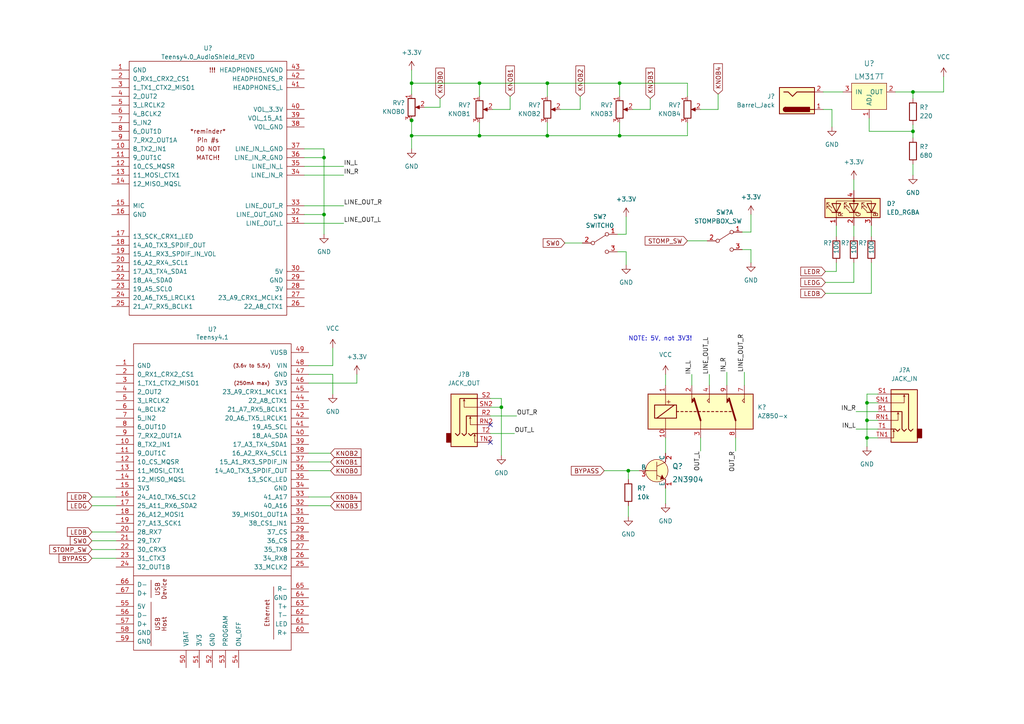
<source format=kicad_sch>
(kicad_sch (version 20211123) (generator eeschema)
  (paper "A4")
  (lib_symbols
    (symbol "Connector:AudioJack3_Dual_Switch"
      (property "Reference" "J" (at 0 11.43 0))
      (property "Value" "AudioJack3_Dual_Switch" (at 0 8.89 0))
      (symbol "AudioJack3_Dual_Switch_0_1"
        (rectangle (start -6.35 -5.08) (end -7.62 -7.62) (stroke (width 0.254)) (fill (type outline)))
        (polyline (pts (xy -2.54 4.826) (xy -2.286 4.318)))
        (polyline (pts (xy -0.762 -0.254) (xy -0.508 -0.762)))
        (polyline (pts (xy 0.508 -5.334) (xy 0.762 -5.842)))
        (polyline (pts (xy 1.27 0) (xy 2.54 0)))
        (polyline (pts (xy 2.54 -5.08) (xy 1.27 -5.08)))
        (polyline (pts (xy 2.54 5.08) (xy 1.27 5.08)))
        (polyline (pts (xy -1.27 -5.08) (xy -0.635 -5.715) (xy 0 -5.08) (xy 1.27 -5.08)) (stroke (width 0.254)))
        (polyline (pts (xy 2.54 -7.62) (xy 0.508 -7.62) (xy 0.508 -5.334) (xy 0.254 -5.842)))
        (polyline (pts (xy 2.54 -2.54) (xy -0.762 -2.54) (xy -0.762 -0.254) (xy -1.016 -0.762)))
        (polyline (pts (xy 2.54 2.54) (xy -2.54 2.54) (xy -2.54 4.826) (xy -2.794 4.318)))
        (polyline (pts (xy -3.175 -5.08) (xy -2.54 -5.715) (xy -1.905 -5.08) (xy -1.905 0) (xy 1.27 0)) (stroke (width 0.254)))
        (polyline (pts (xy 1.27 5.08) (xy -3.81 5.08) (xy -3.81 -5.08) (xy -4.445 -5.715) (xy -5.08 -5.08)) (stroke (width 0.254)))
        (rectangle (start 1.27 6.35) (end -6.35 -8.89) (stroke (width 0.254)) (fill (type background)))
      )
      (symbol "AudioJack3_Dual_Switch_1_1"
        (pin passive line (at 5.08 0 180) (length 2.54) (name "~") (number "R1"))
        (pin passive line (at 5.08 -2.54 180) (length 2.54) (name "~") (number "RN1"))
        (pin passive line (at 5.08 5.08 180) (length 2.54) (name "~") (number "S1"))
        (pin passive line (at 5.08 2.54 180) (length 2.54) (name "~") (number "SN1"))
        (pin passive line (at 5.08 -5.08 180) (length 2.54) (name "~") (number "T1"))
        (pin passive line (at 5.08 -7.62 180) (length 2.54) (name "~") (number "TN1"))
      )
      (symbol "AudioJack3_Dual_Switch_2_1"
        (pin passive line (at 5.08 0 180) (length 2.54) (name "~") (number "R2"))
        (pin passive line (at 5.08 -2.54 180) (length 2.54) (name "~") (number "RN2"))
        (pin passive line (at 5.08 5.08 180) (length 2.54) (name "~") (number "S2"))
        (pin passive line (at 5.08 2.54 180) (length 2.54) (name "~") (number "SN2"))
        (pin passive line (at 5.08 -5.08 180) (length 2.54) (name "~") (number "T2"))
        (pin passive line (at 5.08 -7.62 180) (length 2.54) (name "~") (number "TN2"))
      )
    )
    (symbol "Connector:Barrel_Jack" (pin_names (offset 1.016))
      (property "Reference" "J" (at 0 5.334 0))
      (property "Value" "Barrel_Jack" (at 0 -5.08 0))
      (symbol "Barrel_Jack_0_1"
        (rectangle (start -5.08 3.81) (end 5.08 -3.81) (stroke (width 0.254)) (fill (type background)))
        (arc (start -3.302 3.175) (mid -3.937 2.54) (end -3.302 1.905) (stroke (width 0.254)))
        (arc (start -3.302 3.175) (mid -3.937 2.54) (end -3.302 1.905) (stroke (width 0.254)) (fill (type outline)))
        (polyline (pts (xy 5.08 2.54) (xy 3.81 2.54)) (stroke (width 0.254)))
        (polyline (pts (xy -3.81 -2.54) (xy -2.54 -2.54) (xy -1.27 -1.27) (xy 0 -2.54) (xy 2.54 -2.54) (xy 5.08 -2.54)) (stroke (width 0.254)))
        (rectangle (start 3.683 3.175) (end -3.302 1.905) (stroke (width 0.254)) (fill (type outline)))
      )
      (symbol "Barrel_Jack_1_1"
        (pin passive line (at 7.62 2.54 180) (length 2.54) (name "~") (number "1"))
        (pin passive line (at 7.62 -2.54 180) (length 2.54) (name "~") (number "2"))
      )
    )
    (symbol "Device:LED_RGBA" (pin_names (offset 0) hide)
      (property "Reference" "D" (at 0 9.398 0))
      (property "Value" "LED_RGBA" (at 0 -8.89 0))
      (symbol "LED_RGBA_0_0"
        (text "B" (at -1.905 -6.35 0) (effects (font (size 1.27 1.27))))
        (text "G" (at -1.905 -1.27 0) (effects (font (size 1.27 1.27))))
        (text "R" (at -1.905 3.81 0) (effects (font (size 1.27 1.27))))
      )
      (symbol "LED_RGBA_0_1"
        (polyline (pts (xy -1.27 -5.08) (xy -2.54 -5.08)))
        (polyline (pts (xy -1.27 -5.08) (xy 1.27 -5.08)))
        (polyline (pts (xy -1.27 -3.81) (xy -1.27 -6.35)) (stroke (width 0.254)))
        (polyline (pts (xy -1.27 0) (xy -2.54 0)))
        (polyline (pts (xy -1.27 1.27) (xy -1.27 -1.27)) (stroke (width 0.254)))
        (polyline (pts (xy -1.27 5.08) (xy -2.54 5.08)))
        (polyline (pts (xy -1.27 5.08) (xy 1.27 5.08)))
        (polyline (pts (xy -1.27 6.35) (xy -1.27 3.81)) (stroke (width 0.254)))
        (polyline (pts (xy 1.27 0) (xy -1.27 0)))
        (polyline (pts (xy 1.27 0) (xy 2.54 0)))
        (polyline (pts (xy -1.27 1.27) (xy -1.27 -1.27) (xy -1.27 -1.27)))
        (polyline (pts (xy -1.27 6.35) (xy -1.27 3.81) (xy -1.27 3.81)))
        (polyline (pts (xy 1.27 -5.08) (xy 2.032 -5.08) (xy 2.032 5.08) (xy 1.27 5.08)))
        (polyline (pts (xy 1.27 -3.81) (xy 1.27 -6.35) (xy -1.27 -5.08) (xy 1.27 -3.81)) (stroke (width 0.254)))
        (polyline (pts (xy 1.27 1.27) (xy 1.27 -1.27) (xy -1.27 0) (xy 1.27 1.27)) (stroke (width 0.254)))
        (polyline (pts (xy 1.27 6.35) (xy 1.27 3.81) (xy -1.27 5.08) (xy 1.27 6.35)) (stroke (width 0.254)))
        (polyline (pts (xy -1.016 -3.81) (xy 0.508 -2.286) (xy -0.254 -2.286) (xy 0.508 -2.286) (xy 0.508 -3.048)))
        (polyline (pts (xy -1.016 1.27) (xy 0.508 2.794) (xy -0.254 2.794) (xy 0.508 2.794) (xy 0.508 2.032)))
        (polyline (pts (xy -1.016 6.35) (xy 0.508 7.874) (xy -0.254 7.874) (xy 0.508 7.874) (xy 0.508 7.112)))
        (polyline (pts (xy 0 -3.81) (xy 1.524 -2.286) (xy 0.762 -2.286) (xy 1.524 -2.286) (xy 1.524 -3.048)))
        (polyline (pts (xy 0 1.27) (xy 1.524 2.794) (xy 0.762 2.794) (xy 1.524 2.794) (xy 1.524 2.032)))
        (polyline (pts (xy 0 6.35) (xy 1.524 7.874) (xy 0.762 7.874) (xy 1.524 7.874) (xy 1.524 7.112)))
        (rectangle (start 1.27 -1.27) (end 1.27 1.27))
        (rectangle (start 1.27 1.27) (end 1.27 1.27))
        (rectangle (start 1.27 3.81) (end 1.27 6.35))
        (rectangle (start 1.27 6.35) (end 1.27 6.35))
        (circle (center 2.032 0) (radius 0.254) (fill (type outline)))
        (rectangle (start 2.794 8.382) (end -2.794 -7.62) (stroke (width 0.254)) (fill (type background)))
      )
      (symbol "LED_RGBA_1_1"
        (pin passive line (at -5.08 5.08 0) (length 2.54) (name "RK") (number "1"))
        (pin passive line (at -5.08 0 0) (length 2.54) (name "GK") (number "2"))
        (pin passive line (at -5.08 -5.08 0) (length 2.54) (name "BK") (number "3"))
        (pin passive line (at 5.08 0 180) (length 2.54) (name "A") (number "4"))
      )
    )
    (symbol "Device:R" (pin_numbers hide) (pin_names (offset 0))
      (property "Reference" "R" (at 2.032 0 90))
      (property "Value" "R" (at 0 0 90))
      (symbol "R_0_1"
        (rectangle (start -1.016 -2.54) (end 1.016 2.54) (stroke (width 0.254)))
      )
      (symbol "R_1_1"
        (pin passive line (at 0 3.81 270) (length 1.27) (name "~") (number "1"))
        (pin passive line (at 0 -3.81 90) (length 1.27) (name "~") (number "2"))
      )
    )
    (symbol "Device:R_Potentiometer" (pin_names (offset 1.016) hide)
      (property "Reference" "RV" (at -4.445 0 90))
      (property "Value" "R_Potentiometer" (at -2.54 0 90))
      (symbol "R_Potentiometer_0_1"
        (polyline (pts (xy 2.54 0) (xy 1.524 0)))
        (polyline (pts (xy 1.143 0) (xy 2.286 0.508) (xy 2.286 -0.508) (xy 1.143 0)) (fill (type outline)))
        (rectangle (start 1.016 2.54) (end -1.016 -2.54) (stroke (width 0.254)))
      )
      (symbol "R_Potentiometer_1_1"
        (pin passive line (at 0 3.81 270) (length 1.27) (name "1") (number "1"))
        (pin passive line (at 3.81 0 180) (length 1.27) (name "2") (number "2"))
        (pin passive line (at 0 -3.81 90) (length 1.27) (name "3") (number "3"))
      )
    )
    (symbol "Relay:AZ850-x"
      (property "Reference" "K" (at 16.51 3.81 0))
      (property "Value" "AZ850-x" (at 16.51 1.27 0))
      (symbol "AZ850-x_0_0"
        (text "+" (at -9.271 2.921 0) (effects (font (size 1.27 1.27))))
      )
      (symbol "AZ850-x_0_1"
        (rectangle (start -15.24 5.08) (end 15.24 -5.08) (stroke (width 0.254)) (fill (type background)))
        (rectangle (start -13.335 1.905) (end -6.985 -1.905) (stroke (width 0.254)))
        (polyline (pts (xy -12.7 -1.905) (xy -7.62 1.905)) (stroke (width 0.254)))
        (polyline (pts (xy -10.16 -5.08) (xy -10.16 -1.905)))
        (polyline (pts (xy -10.16 5.08) (xy -10.16 1.905)))
        (polyline (pts (xy -6.985 0) (xy -6.35 0)) (stroke (width 0.254)))
        (polyline (pts (xy -5.715 0) (xy -5.08 0)) (stroke (width 0.254)))
        (polyline (pts (xy -4.445 0) (xy -3.81 0)) (stroke (width 0.254)))
        (polyline (pts (xy -3.175 0) (xy -2.54 0)) (stroke (width 0.254)))
        (polyline (pts (xy -1.905 0) (xy -1.27 0)) (stroke (width 0.254)))
        (polyline (pts (xy -0.635 0) (xy 0 0)) (stroke (width 0.254)))
        (polyline (pts (xy 0 -2.54) (xy -1.905 3.81)) (stroke (width 0.508)))
        (polyline (pts (xy 0 -2.54) (xy 0 -5.08)))
        (polyline (pts (xy 0.635 0) (xy 1.27 0)) (stroke (width 0.254)))
        (polyline (pts (xy 1.905 0) (xy 2.54 0)) (stroke (width 0.254)))
        (polyline (pts (xy 3.175 0) (xy 3.81 0)) (stroke (width 0.254)))
        (polyline (pts (xy 4.445 0) (xy 5.08 0)) (stroke (width 0.254)))
        (polyline (pts (xy 5.715 0) (xy 6.35 0)) (stroke (width 0.254)))
        (polyline (pts (xy 6.985 0) (xy 7.62 0)) (stroke (width 0.254)))
        (polyline (pts (xy 8.255 0) (xy 8.89 0)) (stroke (width 0.254)))
        (polyline (pts (xy 10.16 -2.54) (xy 8.255 3.81)) (stroke (width 0.508)))
        (polyline (pts (xy 10.16 -2.54) (xy 10.16 -5.08)))
        (polyline (pts (xy -2.54 5.08) (xy -2.54 2.54) (xy -1.905 3.175) (xy -2.54 3.81)) (fill (type outline)))
        (polyline (pts (xy 2.54 5.08) (xy 2.54 2.54) (xy 1.905 3.175) (xy 2.54 3.81)))
        (polyline (pts (xy 7.62 5.08) (xy 7.62 2.54) (xy 8.255 3.175) (xy 7.62 3.81)) (fill (type outline)))
        (polyline (pts (xy 12.7 5.08) (xy 12.7 2.54) (xy 12.065 3.175) (xy 12.7 3.81)))
      )
      (symbol "AZ850-x_1_1"
        (pin passive line (at -10.16 7.62 270) (length 2.54) (name "~") (number "1"))
        (pin passive line (at -10.16 -7.62 90) (length 2.54) (name "~") (number "10"))
        (pin passive line (at -2.54 7.62 270) (length 2.54) (name "~") (number "2"))
        (pin passive line (at 0 -7.62 90) (length 2.54) (name "~") (number "3"))
        (pin passive line (at 2.54 7.62 270) (length 2.54) (name "~") (number "4"))
        (pin passive line (at 12.7 7.62 270) (length 2.54) (name "~") (number "7"))
        (pin passive line (at 10.16 -7.62 90) (length 2.54) (name "~") (number "8"))
        (pin passive line (at 7.62 7.62 270) (length 2.54) (name "~") (number "9"))
      )
    )
    (symbol "Switch:SW_SPDT" (pin_names (offset 0) hide)
      (property "Reference" "SW" (at 0 4.318 0))
      (property "Value" "SW_SPDT" (at 0 -5.08 0))
      (symbol "SW_SPDT_0_0"
        (circle (center -2.032 0) (radius 0.508))
        (circle (center 2.032 -2.54) (radius 0.508))
      )
      (symbol "SW_SPDT_0_1"
        (polyline (pts (xy -1.524 0.254) (xy 1.651 2.286)))
        (circle (center 2.032 2.54) (radius 0.508))
      )
      (symbol "SW_SPDT_1_1"
        (pin passive line (at 5.08 2.54 180) (length 2.54) (name "A") (number "1"))
        (pin passive line (at -5.08 0 0) (length 2.54) (name "B") (number "2"))
        (pin passive line (at 5.08 -2.54 180) (length 2.54) (name "C") (number "3"))
      )
    )
    (symbol "_effects_shared:SW_3PDT_x3-Switch" (pin_names (offset 0) hide)
      (property "Reference" "SW" (at 0 4.318 0))
      (property "Value" "SW_3PDT_x3-Switch" (at 0 -5.08 0))
      (symbol "SW_3PDT_x3-Switch_0_0"
        (circle (center -2.032 0) (radius 0.508))
        (circle (center 2.032 -2.54) (radius 0.508))
      )
      (symbol "SW_3PDT_x3-Switch_0_1"
        (polyline (pts (xy -1.524 0.254) (xy 1.651 2.286)))
        (circle (center 2.032 2.54) (radius 0.508))
      )
      (symbol "SW_3PDT_x3-Switch_1_1"
        (pin passive line (at 5.08 2.54 180) (length 2.54) (name "A") (number "1"))
        (pin passive line (at -5.08 0 0) (length 2.54) (name "B") (number "2"))
        (pin passive line (at 5.08 -2.54 180) (length 2.54) (name "C") (number "3"))
      )
      (symbol "SW_3PDT_x3-Switch_2_1"
        (pin passive line (at 5.08 2.54 180) (length 2.54) (name "A") (number "4"))
        (pin passive line (at -5.08 0 0) (length 2.54) (name "B") (number "5"))
        (pin passive line (at 5.08 -2.54 180) (length 2.54) (name "C") (number "6"))
      )
      (symbol "SW_3PDT_x3-Switch_3_1"
        (pin passive line (at 5.08 2.54 180) (length 2.54) (name "A") (number "7"))
        (pin passive line (at -5.08 0 0) (length 2.54) (name "B") (number "8"))
        (pin passive line (at 5.08 -2.54 180) (length 2.54) (name "C") (number "9"))
      )
    )
    (symbol "_proj:Teensy4.0_AudioShield_REVD" (pin_names (offset 1.016))
      (property "Reference" "U" (at 0 39.37 0))
      (property "Value" "Teensy4.0_AudioShield_REVD" (at 0 -39.37 0))
      (symbol "Teensy4.0_AudioShield_REVD_0_0"
        (text "!!!" (at 1.27 34.29 0) (effects (font (size 1.27 1.27))))
        (text "*reminder*" (at 0 16.51 0) (effects (font (size 1.27 1.27))))
        (text "DO NOT" (at 0 11.43 0) (effects (font (size 1.27 1.27))))
        (text "MATCH!" (at 0 8.89 0) (effects (font (size 1.27 1.27))))
        (text "Pin #s" (at 0 13.97 0) (effects (font (size 1.27 1.27))))
        (pin bidirectional line (at -27.94 11.43 0) (length 5.08) (name "8_TX2_IN1") (number "10"))
        (pin bidirectional line (at -27.94 8.89 0) (length 5.08) (name "9_OUT1C") (number "11"))
        (pin bidirectional line (at -27.94 6.35 0) (length 5.08) (name "10_CS_MQSR") (number "12"))
        (pin bidirectional line (at -27.94 3.81 0) (length 5.08) (name "11_MOSI_CTX1") (number "13"))
        (pin bidirectional line (at -27.94 1.27 0) (length 5.08) (name "12_MISO_MQSL") (number "14"))
        (pin bidirectional line (at -27.94 -5.08 0) (length 5.08) (name "MIC") (number "15"))
        (pin power_in line (at -27.94 -7.62 0) (length 5.08) (name "GND") (number "16"))
        (pin bidirectional line (at -27.94 -13.97 0) (length 5.08) (name "13_SCK_CRX1_LED") (number "17"))
        (pin bidirectional line (at -27.94 -16.51 0) (length 5.08) (name "14_A0_TX3_SPDIF_OUT") (number "18"))
        (pin bidirectional line (at -27.94 -19.05 0) (length 5.08) (name "15_A1_RX3_SPDIF_IN_VOL") (number "19"))
        (pin bidirectional line (at -27.94 -21.59 0) (length 5.08) (name "16_A2_RX4_SCL1") (number "20"))
        (pin bidirectional line (at -27.94 -24.13 0) (length 5.08) (name "17_A3_TX4_SDA1") (number "21"))
        (pin bidirectional line (at -27.94 -26.67 0) (length 5.08) (name "18_A4_SDA0") (number "22"))
        (pin bidirectional line (at -27.94 -29.21 0) (length 5.08) (name "19_A5_SCL0") (number "23"))
        (pin bidirectional line (at -27.94 -31.75 0) (length 5.08) (name "20_A6_TX5_LRCLK1") (number "24"))
        (pin bidirectional line (at -27.94 -34.29 0) (length 5.08) (name "21_A7_RX5_BCLK1") (number "25"))
        (pin bidirectional line (at 27.94 -34.29 180) (length 5.08) (name "22_A8_CTX1") (number "26"))
        (pin bidirectional line (at 27.94 -31.75 180) (length 5.08) (name "23_A9_CRX1_MCLK1") (number "27"))
        (pin power_out line (at 27.94 -29.21 180) (length 5.08) (name "3V") (number "28"))
        (pin power_in line (at 27.94 -26.67 180) (length 5.08) (name "GND") (number "29"))
        (pin power_out line (at 27.94 -24.13 180) (length 5.08) (name "5V") (number "30"))
        (pin bidirectional line (at 27.94 -10.16 180) (length 5.08) (name "LINE_OUT_L") (number "31"))
        (pin power_in line (at 27.94 -7.62 180) (length 5.08) (name "LINE_OUT_GND") (number "32"))
        (pin bidirectional line (at 27.94 -5.08 180) (length 5.08) (name "LINE_OUT_R") (number "33"))
        (pin bidirectional line (at 27.94 3.81 180) (length 5.08) (name "LINE_IN_R") (number "34"))
        (pin bidirectional line (at 27.94 6.35 180) (length 5.08) (name "LINE_IN_L") (number "35"))
        (pin power_in line (at 27.94 8.89 180) (length 5.08) (name "LINE_IN_R_GND") (number "36"))
        (pin power_in line (at 27.94 11.43 180) (length 5.08) (name "LINE_IN_L_GND") (number "37"))
        (pin bidirectional line (at 27.94 17.78 180) (length 5.08) (name "VOL_GND") (number "38"))
        (pin bidirectional line (at 27.94 20.32 180) (length 5.08) (name "VOL_15_A1") (number "39"))
        (pin bidirectional line (at 27.94 22.86 180) (length 5.08) (name "VOL_3.3V") (number "40"))
        (pin bidirectional line (at 27.94 29.21 180) (length 5.08) (name "HEADPHONES_L") (number "41"))
        (pin bidirectional line (at 27.94 31.75 180) (length 5.08) (name "HEADPHONES_R") (number "42"))
        (pin power_in line (at 27.94 34.29 180) (length 5.08) (name "HEADPHONES_VGND") (number "43"))
        (pin bidirectional line (at -27.94 24.13 0) (length 5.08) (name "3_LRCLK2") (number "5"))
        (pin bidirectional line (at -27.94 21.59 0) (length 5.08) (name "4_BCLK2") (number "6"))
        (pin bidirectional line (at -27.94 19.05 0) (length 5.08) (name "5_IN2") (number "7"))
        (pin bidirectional line (at -27.94 16.51 0) (length 5.08) (name "6_OUT1D") (number "8"))
        (pin bidirectional line (at -27.94 13.97 0) (length 5.08) (name "7_RX2_OUT1A") (number "9"))
      )
      (symbol "Teensy4.0_AudioShield_REVD_0_1"
        (rectangle (start -22.86 36.83) (end 22.86 -36.83))
        (rectangle (start -20.32 -31.75) (end -20.32 -31.75))
      )
      (symbol "Teensy4.0_AudioShield_REVD_1_1"
        (pin power_in line (at -27.94 34.29 0) (length 5.08) (name "GND") (number "1"))
        (pin bidirectional line (at -27.94 31.75 0) (length 5.08) (name "0_RX1_CRX2_CS1") (number "2"))
        (pin bidirectional line (at -27.94 29.21 0) (length 5.08) (name "1_TX1_CTX2_MISO1") (number "3"))
        (pin bidirectional line (at -27.94 26.67 0) (length 5.08) (name "2_OUT2") (number "4"))
      )
    )
    (symbol "dk_PMIC-Voltage-Regulators-Linear:LM317T" (pin_names (offset 1.016))
      (property "Reference" "U" (at 0 3.81 0))
      (property "Value" "LM317T" (at 0 6.35 0))
      (symbol "LM317T_0_1"
        (rectangle (start -5.08 2.54) (end 5.08 -5.08) (fill (type background)))
      )
      (symbol "LM317T_1_1"
        (pin input line (at 0 -7.62 90) (length 2.54) (name "ADJ") (number "1"))
        (pin power_out line (at 7.62 0 180) (length 2.54) (name "OUT") (number "2"))
        (pin power_in line (at -7.62 0 0) (length 2.54) (name "IN") (number "3"))
      )
    )
    (symbol "dk_Transistors-Bipolar-BJT-Single:2N3904" (pin_names (offset 0))
      (property "Reference" "Q" (at -3.2004 4.2164 0))
      (property "Value" "2N3904" (at 5.2324 0 90))
      (symbol "2N3904_0_1"
        (polyline (pts (xy -3.81 0) (xy -2.54 0)))
        (polyline (pts (xy -3.556 0) (xy 0 0)))
        (polyline (pts (xy 0 -1.27) (xy 2.54 -2.54)))
        (polyline (pts (xy 0 1.27) (xy 2.54 2.54)))
        (polyline (pts (xy 0 2.54) (xy 0 -2.54)))
        (polyline (pts (xy 1.524 -1.27) (xy 2.032 -2.286) (xy 1.016 -2.54) (xy 1.524 -1.27)) (fill (type outline)))
        (circle (center 0 0) (radius 3.2512) (fill (type background)))
      )
      (symbol "2N3904_1_1"
        (pin passive line (at 2.54 -5.08 90) (length 2.54) (name "E") (number "1"))
        (pin passive line (at 2.54 5.08 270) (length 2.54) (name "C") (number "2"))
        (pin input line (at -5.08 0 0) (length 2.54) (name "B") (number "3"))
      )
    )
    (symbol "power:+3.3V" (power) (pin_names (offset 0))
      (property "Value" "+3.3V" (at 0 3.556 0))
      (symbol "+3.3V_0_1"
        (polyline (pts (xy -0.762 1.27) (xy 0 2.54)))
        (polyline (pts (xy 0 0) (xy 0 2.54)))
        (polyline (pts (xy 0 2.54) (xy 0.762 1.27)))
      )
      (symbol "+3.3V_1_1"
        (pin power_in line (at 0 0 90) (length 0) hide (name "+3.3V") (number "1"))
      )
    )
    (symbol "power:GND" (power) (pin_names (offset 0))
      (property "Value" "GND" (at 0 -3.81 0))
      (symbol "GND_0_1"
        (polyline (pts (xy 0 0) (xy 0 -1.27) (xy 1.27 -1.27) (xy 0 -2.54) (xy -1.27 -1.27) (xy 0 -1.27)))
      )
      (symbol "GND_1_1"
        (pin power_in line (at 0 0 270) (length 0) hide (name "GND") (number "1"))
      )
    )
    (symbol "power:VCC" (power) (pin_names (offset 0))
      (property "Value" "VCC" (at 0 3.81 0))
      (symbol "VCC_0_1"
        (polyline (pts (xy -0.762 1.27) (xy 0 2.54)))
        (polyline (pts (xy 0 0) (xy 0 2.54)))
        (polyline (pts (xy 0 2.54) (xy 0.762 1.27)))
      )
      (symbol "VCC_1_1"
        (pin power_in line (at 0 0 90) (length 0) hide (name "VCC") (number "1"))
      )
    )
    (symbol "teensy:Teensy4.1" (pin_names (offset 1.016))
      (property "Reference" "U" (at 0 64.77 0))
      (property "Value" "Teensy4.1" (at 0 62.23 0))
      (symbol "Teensy4.1_0_0"
        (polyline (pts (xy -22.86 -6.35) (xy 22.86 -6.35)))
        (polyline (pts (xy -17.78 -26.67) (xy -17.78 -13.97)))
        (polyline (pts (xy -17.78 -7.62) (xy -17.78 -12.7)))
        (polyline (pts (xy 17.78 -9.525) (xy 17.78 -24.765)))
        (text "(250mA max)" (at 11.43 49.53 0) (effects (font (size 1.016 1.016))))
        (text "(3.6v to 5.5v)" (at 11.43 54.61 0) (effects (font (size 1.016 1.016))))
        (text "Device" (at -13.97 -10.16 900) (effects (font (size 1.27 1.27))))
        (text "Ethernet" (at 15.875 -17.145 900) (effects (font (size 1.27 1.27))))
        (text "Host" (at -13.97 -20.32 900) (effects (font (size 1.27 1.27))))
        (text "USB" (at -15.875 -20.32 900) (effects (font (size 1.27 1.27))))
        (text "USB" (at -15.875 -10.16 900) (effects (font (size 1.27 1.27))))
        (pin bidirectional line (at -27.94 31.75 0) (length 5.08) (name "8_TX2_IN1") (number "10"))
        (pin bidirectional line (at -27.94 29.21 0) (length 5.08) (name "9_OUT1C") (number "11"))
        (pin bidirectional line (at -27.94 26.67 0) (length 5.08) (name "10_CS_MQSR") (number "12"))
        (pin bidirectional line (at -27.94 24.13 0) (length 5.08) (name "11_MOSI_CTX1") (number "13"))
        (pin bidirectional line (at -27.94 21.59 0) (length 5.08) (name "12_MISO_MQSL") (number "14"))
        (pin power_in line (at -27.94 19.05 0) (length 5.08) (name "3V3") (number "15"))
        (pin bidirectional line (at -27.94 16.51 0) (length 5.08) (name "24_A10_TX6_SCL2") (number "16"))
        (pin bidirectional line (at -27.94 13.97 0) (length 5.08) (name "25_A11_RX6_SDA2") (number "17"))
        (pin bidirectional line (at -27.94 11.43 0) (length 5.08) (name "26_A12_MOSI1") (number "18"))
        (pin bidirectional line (at -27.94 8.89 0) (length 5.08) (name "27_A13_SCK1") (number "19"))
        (pin bidirectional line (at -27.94 6.35 0) (length 5.08) (name "28_RX7") (number "20"))
        (pin bidirectional line (at -27.94 3.81 0) (length 5.08) (name "29_TX7") (number "21"))
        (pin bidirectional line (at -27.94 1.27 0) (length 5.08) (name "30_CRX3") (number "22"))
        (pin bidirectional line (at -27.94 -1.27 0) (length 5.08) (name "31_CTX3") (number "23"))
        (pin bidirectional line (at -27.94 -3.81 0) (length 5.08) (name "32_OUT1B") (number "24"))
        (pin bidirectional line (at 27.94 -3.81 180) (length 5.08) (name "33_MCLK2") (number "25"))
        (pin bidirectional line (at 27.94 -1.27 180) (length 5.08) (name "34_RX8") (number "26"))
        (pin bidirectional line (at 27.94 1.27 180) (length 5.08) (name "35_TX8") (number "27"))
        (pin bidirectional line (at 27.94 3.81 180) (length 5.08) (name "36_CS") (number "28"))
        (pin bidirectional line (at 27.94 6.35 180) (length 5.08) (name "37_CS") (number "29"))
        (pin bidirectional line (at 27.94 8.89 180) (length 5.08) (name "38_CS1_IN1") (number "30"))
        (pin bidirectional line (at 27.94 11.43 180) (length 5.08) (name "39_MISO1_OUT1A") (number "31"))
        (pin bidirectional line (at 27.94 13.97 180) (length 5.08) (name "40_A16") (number "32"))
        (pin bidirectional line (at 27.94 16.51 180) (length 5.08) (name "41_A17") (number "33"))
        (pin bidirectional line (at 27.94 21.59 180) (length 5.08) (name "13_SCK_LED") (number "35"))
        (pin bidirectional line (at 27.94 24.13 180) (length 5.08) (name "14_A0_TX3_SPDIF_OUT") (number "36"))
        (pin bidirectional line (at 27.94 26.67 180) (length 5.08) (name "15_A1_RX3_SPDIF_IN") (number "37"))
        (pin bidirectional line (at 27.94 29.21 180) (length 5.08) (name "16_A2_RX4_SCL1") (number "38"))
        (pin bidirectional line (at 27.94 31.75 180) (length 5.08) (name "17_A3_TX4_SDA1") (number "39"))
        (pin bidirectional line (at 27.94 34.29 180) (length 5.08) (name "18_A4_SDA") (number "40"))
        (pin bidirectional line (at 27.94 36.83 180) (length 5.08) (name "19_A5_SCL") (number "41"))
        (pin bidirectional line (at 27.94 39.37 180) (length 5.08) (name "20_A6_TX5_LRCLK1") (number "42"))
        (pin bidirectional line (at 27.94 41.91 180) (length 5.08) (name "21_A7_RX5_BCLK1") (number "43"))
        (pin bidirectional line (at 27.94 44.45 180) (length 5.08) (name "22_A8_CTX1") (number "44"))
        (pin bidirectional line (at 27.94 46.99 180) (length 5.08) (name "23_A9_CRX1_MCLK1") (number "45"))
        (pin output line (at 27.94 49.53 180) (length 5.08) (name "3V3") (number "46"))
        (pin output line (at 27.94 52.07 180) (length 5.08) (name "GND") (number "47"))
        (pin power_in line (at 27.94 54.61 180) (length 5.08) (name "VIN") (number "48"))
        (pin power_out line (at 27.94 58.42 180) (length 5.08) (name "VUSB") (number "49"))
        (pin bidirectional line (at -27.94 44.45 0) (length 5.08) (name "3_LRCLK2") (number "5"))
        (pin power_in line (at -7.62 -33.02 90) (length 5.08) (name "VBAT") (number "50"))
        (pin power_in line (at -3.81 -33.02 90) (length 5.08) (name "3V3") (number "51"))
        (pin input line (at 0 -33.02 90) (length 5.08) (name "GND") (number "52"))
        (pin input line (at 3.81 -33.02 90) (length 5.08) (name "PROGRAM") (number "53"))
        (pin input line (at 7.62 -33.02 90) (length 5.08) (name "ON_OFF") (number "54"))
        (pin power_out line (at -27.94 -15.24 0) (length 5.08) (name "5V") (number "55"))
        (pin bidirectional line (at -27.94 -17.78 0) (length 5.08) (name "D-") (number "56"))
        (pin bidirectional line (at -27.94 -20.32 0) (length 5.08) (name "D+") (number "57"))
        (pin power_in line (at -27.94 -22.86 0) (length 5.08) (name "GND") (number "58"))
        (pin power_in line (at -27.94 -25.4 0) (length 5.08) (name "GND") (number "59"))
        (pin bidirectional line (at -27.94 41.91 0) (length 5.08) (name "4_BCLK2") (number "6"))
        (pin bidirectional line (at 27.94 -22.86 180) (length 5.08) (name "R+") (number "60"))
        (pin bidirectional line (at 27.94 -20.32 180) (length 5.08) (name "LED") (number "61"))
        (pin bidirectional line (at 27.94 -17.78 180) (length 5.08) (name "T-") (number "62"))
        (pin bidirectional line (at 27.94 -15.24 180) (length 5.08) (name "T+") (number "63"))
        (pin power_in line (at 27.94 -12.7 180) (length 5.08) (name "GND") (number "64"))
        (pin bidirectional line (at 27.94 -10.16 180) (length 5.08) (name "R-") (number "65"))
        (pin bidirectional line (at -27.94 -8.89 0) (length 5.08) (name "D-") (number "66"))
        (pin bidirectional line (at -27.94 -11.43 0) (length 5.08) (name "D+") (number "67"))
        (pin bidirectional line (at -27.94 39.37 0) (length 5.08) (name "5_IN2") (number "7"))
        (pin bidirectional line (at -27.94 36.83 0) (length 5.08) (name "6_OUT1D") (number "8"))
        (pin bidirectional line (at -27.94 34.29 0) (length 5.08) (name "7_RX2_OUT1A") (number "9"))
      )
      (symbol "Teensy4.1_0_1"
        (rectangle (start -22.86 60.96) (end 22.86 -27.94))
        (rectangle (start -20.32 -1.27) (end -20.32 -1.27))
      )
      (symbol "Teensy4.1_1_1"
        (pin power_in line (at -27.94 54.61 0) (length 5.08) (name "GND") (number "1"))
        (pin bidirectional line (at -27.94 52.07 0) (length 5.08) (name "0_RX1_CRX2_CS1") (number "2"))
        (pin bidirectional line (at -27.94 49.53 0) (length 5.08) (name "1_TX1_CTX2_MISO1") (number "3"))
        (pin power_in line (at 27.94 19.05 180) (length 5.08) (name "GND") (number "34"))
        (pin bidirectional line (at -27.94 46.99 0) (length 5.08) (name "2_OUT2") (number "4"))
      )
    )
  )
  (junction (at 179.705 39.37))
  (junction (at 119.38 34.925))
  (junction (at 251.46 116.84))
  (junction (at 119.38 24.13))
  (junction (at 145.415 118.11))
  (junction (at 158.75 24.13))
  (junction (at 139.065 24.13))
  (junction (at 158.75 39.37))
  (junction (at 182.245 136.525))
  (junction (at 264.795 38.1))
  (junction (at 139.065 39.37))
  (junction (at 93.98 45.72))
  (junction (at 251.46 127))
  (junction (at 251.46 121.92))
  (junction (at 93.98 62.23))
  (junction (at 119.38 39.37))
  (junction (at 264.795 26.67))
  (junction (at 179.705 24.13))
  (no_connect (at 142.24 128.27))
  (no_connect (at 142.24 123.19))
  (wire (pts (xy 238.76 31.75) (xy 241.3 31.75)))
  (wire (pts (xy 147.955 27.94) (xy 147.955 31.75)))
  (wire (pts (xy 200.66 108.585) (xy 200.66 111.76)))
  (wire (pts (xy 182.245 136.525) (xy 185.42 136.525)))
  (wire (pts (xy 119.38 20.32) (xy 119.38 24.13)))
  (wire (pts (xy 88.265 64.77) (xy 99.695 64.77)))
  (wire (pts (xy 251.46 127) (xy 251.46 121.92)))
  (wire (pts (xy 89.535 131.445) (xy 95.885 131.445)))
  (wire (pts (xy 26.67 161.925) (xy 33.655 161.925)))
  (wire (pts (xy 179.705 24.13) (xy 199.39 24.13)))
  (wire (pts (xy 254.635 124.46) (xy 248.285 124.46)))
  (wire (pts (xy 239.395 85.09) (xy 252.73 85.09)))
  (wire (pts (xy 252.095 34.29) (xy 252.095 38.1)))
  (wire (pts (xy 158.75 39.37) (xy 179.705 39.37)))
  (wire (pts (xy 89.535 111.125) (xy 103.505 111.125)))
  (wire (pts (xy 264.795 47.625) (xy 264.795 50.8)))
  (wire (pts (xy 251.46 114.3) (xy 254.635 114.3)))
  (wire (pts (xy 193.04 127) (xy 193.04 131.445)))
  (wire (pts (xy 163.83 70.485) (xy 168.91 70.485)))
  (wire (pts (xy 199.39 69.85) (xy 205.105 69.85)))
  (wire (pts (xy 254.635 119.38) (xy 248.285 119.38)))
  (wire (pts (xy 158.75 24.13) (xy 179.705 24.13)))
  (wire (pts (xy 96.52 106.045) (xy 89.535 106.045)))
  (wire (pts (xy 93.98 43.18) (xy 93.98 45.72)))
  (wire (pts (xy 247.65 52.07) (xy 247.65 55.245)))
  (wire (pts (xy 252.73 85.09) (xy 252.73 76.2)))
  (wire (pts (xy 142.24 125.73) (xy 149.225 125.73)))
  (wire (pts (xy 93.98 67.945) (xy 93.98 62.23)))
  (wire (pts (xy 259.715 26.67) (xy 264.795 26.67)))
  (wire (pts (xy 181.61 67.945) (xy 179.07 67.945)))
  (wire (pts (xy 251.46 121.92) (xy 251.46 116.84)))
  (wire (pts (xy 127.635 28.575) (xy 127.635 31.115)))
  (wire (pts (xy 264.795 36.195) (xy 264.795 38.1)))
  (wire (pts (xy 252.095 38.1) (xy 264.795 38.1)))
  (wire (pts (xy 217.805 76.2) (xy 217.805 72.39)))
  (wire (pts (xy 217.805 67.31) (xy 215.265 67.31)))
  (wire (pts (xy 188.595 28.575) (xy 188.595 31.75)))
  (wire (pts (xy 241.3 36.83) (xy 241.3 31.75)))
  (wire (pts (xy 264.795 38.1) (xy 264.795 40.005)))
  (wire (pts (xy 175.26 136.525) (xy 182.245 136.525)))
  (wire (pts (xy 119.38 34.29) (xy 119.38 34.925)))
  (wire (pts (xy 147.955 31.75) (xy 142.875 31.75)))
  (wire (pts (xy 26.67 144.145) (xy 33.655 144.145)))
  (wire (pts (xy 26.67 146.685) (xy 33.655 146.685)))
  (wire (pts (xy 239.395 81.915) (xy 247.65 81.915)))
  (wire (pts (xy 205.74 108.585) (xy 205.74 111.76)))
  (wire (pts (xy 188.595 31.75) (xy 183.515 31.75)))
  (wire (pts (xy 264.795 28.575) (xy 264.795 26.67)))
  (wire (pts (xy 89.535 133.985) (xy 95.885 133.985)))
  (wire (pts (xy 26.67 156.845) (xy 33.655 156.845)))
  (wire (pts (xy 199.39 27.94) (xy 199.39 24.13)))
  (wire (pts (xy 26.67 154.305) (xy 33.655 154.305)))
  (wire (pts (xy 139.065 24.13) (xy 139.065 27.94)))
  (wire (pts (xy 158.75 24.13) (xy 158.75 27.94)))
  (wire (pts (xy 119.38 34.925) (xy 119.38 39.37)))
  (wire (pts (xy 254.635 127) (xy 251.46 127)))
  (wire (pts (xy 247.65 65.405) (xy 247.65 68.58)))
  (wire (pts (xy 96.52 108.585) (xy 89.535 108.585)))
  (wire (pts (xy 119.38 39.37) (xy 119.38 43.18)))
  (wire (pts (xy 179.705 24.13) (xy 179.705 27.94)))
  (wire (pts (xy 242.57 78.74) (xy 242.57 76.2)))
  (wire (pts (xy 89.535 146.685) (xy 95.885 146.685)))
  (wire (pts (xy 96.52 100.965) (xy 96.52 106.045)))
  (wire (pts (xy 251.46 116.84) (xy 251.46 114.3)))
  (wire (pts (xy 210.82 107.95) (xy 210.82 111.76)))
  (wire (pts (xy 217.805 72.39) (xy 215.265 72.39)))
  (wire (pts (xy 181.61 76.835) (xy 181.61 73.025)))
  (wire (pts (xy 145.415 118.11) (xy 145.415 115.57)))
  (wire (pts (xy 203.2 127) (xy 203.2 130.81)))
  (wire (pts (xy 182.245 136.525) (xy 182.245 139.065)))
  (wire (pts (xy 119.38 24.13) (xy 119.38 27.305)))
  (wire (pts (xy 89.535 144.145) (xy 95.885 144.145)))
  (wire (pts (xy 162.56 31.75) (xy 168.275 31.75)))
  (wire (pts (xy 273.685 26.67) (xy 264.795 26.67)))
  (wire (pts (xy 208.28 27.305) (xy 208.28 31.75)))
  (wire (pts (xy 158.75 24.13) (xy 139.065 24.13)))
  (wire (pts (xy 145.415 132.08) (xy 145.415 118.11)))
  (wire (pts (xy 168.275 27.94) (xy 168.275 31.75)))
  (wire (pts (xy 254.635 116.84) (xy 251.46 116.84)))
  (wire (pts (xy 239.395 78.74) (xy 242.57 78.74)))
  (wire (pts (xy 93.98 45.72) (xy 88.265 45.72)))
  (wire (pts (xy 181.61 73.025) (xy 179.07 73.025)))
  (wire (pts (xy 139.065 39.37) (xy 158.75 39.37)))
  (wire (pts (xy 88.265 50.8) (xy 99.695 50.8)))
  (wire (pts (xy 145.415 115.57) (xy 142.24 115.57)))
  (wire (pts (xy 158.75 35.56) (xy 158.75 39.37)))
  (wire (pts (xy 242.57 65.405) (xy 242.57 68.58)))
  (wire (pts (xy 119.38 39.37) (xy 139.065 39.37)))
  (wire (pts (xy 238.76 26.67) (xy 244.475 26.67)))
  (wire (pts (xy 89.535 136.525) (xy 95.885 136.525)))
  (wire (pts (xy 96.52 114.3) (xy 96.52 108.585)))
  (wire (pts (xy 182.245 146.685) (xy 182.245 149.86)))
  (wire (pts (xy 251.46 121.92) (xy 254.635 121.92)))
  (wire (pts (xy 179.705 35.56) (xy 179.705 39.37)))
  (wire (pts (xy 88.265 48.26) (xy 99.695 48.26)))
  (wire (pts (xy 88.265 59.69) (xy 99.695 59.69)))
  (wire (pts (xy 215.9 107.95) (xy 215.9 111.76)))
  (wire (pts (xy 273.685 22.225) (xy 273.685 26.67)))
  (wire (pts (xy 193.04 141.605) (xy 193.04 146.05)))
  (wire (pts (xy 88.265 43.18) (xy 93.98 43.18)))
  (wire (pts (xy 139.065 35.56) (xy 139.065 39.37)))
  (wire (pts (xy 193.04 108.585) (xy 193.04 111.76)))
  (wire (pts (xy 142.24 118.11) (xy 145.415 118.11)))
  (wire (pts (xy 247.65 81.915) (xy 247.65 76.2)))
  (wire (pts (xy 252.73 65.405) (xy 252.73 68.58)))
  (wire (pts (xy 119.38 24.13) (xy 139.065 24.13)))
  (wire (pts (xy 88.265 62.23) (xy 93.98 62.23)))
  (wire (pts (xy 127.635 31.115) (xy 123.19 31.115)))
  (wire (pts (xy 26.67 159.385) (xy 33.655 159.385)))
  (wire (pts (xy 142.24 120.65) (xy 149.86 120.65)))
  (wire (pts (xy 93.98 62.23) (xy 93.98 45.72)))
  (wire (pts (xy 103.505 108.585) (xy 103.505 111.125)))
  (wire (pts (xy 208.28 31.75) (xy 203.2 31.75)))
  (wire (pts (xy 199.39 39.37) (xy 199.39 35.56)))
  (wire (pts (xy 251.46 127) (xy 251.46 129.54)))
  (wire (pts (xy 179.705 39.37) (xy 199.39 39.37)))
  (wire (pts (xy 217.805 62.23) (xy 217.805 67.31)))
  (wire (pts (xy 213.36 127) (xy 213.36 130.81)))
  (wire (pts (xy 181.61 62.865) (xy 181.61 67.945)))
  (text "NOTE: 5V, not 3V3!" (at 182.245 99.06 0) (effects (font (size 1.27 1.27)) (justify left bottom)))
  (label "OUT_R" (at 149.86 120.65 0))
  (label "IN_L" (at 200.66 108.585 90))
  (label "IN_R" (at 99.695 50.8 0))
  (label "IN_L" (at 99.695 48.26 0))
  (label "IN_R" (at 210.82 107.95 90))
  (label "LINE_OUT_R" (at 99.695 59.69 0))
  (label "IN_R" (at 248.285 119.38 180))
  (label "OUT_R" (at 213.36 130.81 270))
  (label "OUT_L" (at 203.2 130.81 270))
  (label "LINE_OUT_R" (at 215.9 107.95 90))
  (label "LINE_OUT_L" (at 205.74 108.585 90))
  (label "OUT_L" (at 149.225 125.73 0))
  (label "LINE_OUT_L" (at 99.695 64.77 0))
  (label "IN_L" (at 248.285 124.46 180))
  (global_label "KNOB2" (shape input) (at 168.275 27.94 90) (property "Intersheet References" "${INTERSHEET_REFS}" (effects hide)))
  (global_label "KNOB3" (shape input) (at 188.595 28.575 90) (property "Intersheet References" "${INTERSHEET_REFS}" (effects hide)))
  (global_label "LEDR" (shape input) (at 26.67 144.145 180) (property "Intersheet References" "${INTERSHEET_REFS}" (effects hide)))
  (global_label "BYPASS" (shape input) (at 26.67 161.925 180) (property "Intersheet References" "${INTERSHEET_REFS}" (effects hide)))
  (global_label "SW0" (shape input) (at 163.83 70.485 180) (property "Intersheet References" "${INTERSHEET_REFS}" (effects hide)))
  (global_label "KNOB1" (shape input) (at 147.955 27.94 90) (property "Intersheet References" "${INTERSHEET_REFS}" (effects hide)))
  (global_label "BYPASS" (shape input) (at 175.26 136.525 180) (property "Intersheet References" "${INTERSHEET_REFS}" (effects hide)))
  (global_label "KNOB3" (shape input) (at 95.885 146.685 0) (property "Intersheet References" "${INTERSHEET_REFS}" (effects hide)))
  (global_label "LEDG" (shape input) (at 239.395 81.915 180) (property "Intersheet References" "${INTERSHEET_REFS}" (effects hide)))
  (global_label "KNOB1" (shape input) (at 95.885 133.985 0) (property "Intersheet References" "${INTERSHEET_REFS}" (effects hide)))
  (global_label "KNOB0" (shape input) (at 95.885 136.525 0) (property "Intersheet References" "${INTERSHEET_REFS}" (effects hide)))
  (global_label "LEDB" (shape input) (at 239.395 85.09 180) (property "Intersheet References" "${INTERSHEET_REFS}" (effects hide)))
  (global_label "STOMP_SW" (shape input) (at 26.67 159.385 180) (property "Intersheet References" "${INTERSHEET_REFS}" (effects hide)))
  (global_label "LEDG" (shape input) (at 26.67 146.685 180) (property "Intersheet References" "${INTERSHEET_REFS}" (effects hide)))
  (global_label "LEDR" (shape input) (at 239.395 78.74 180) (property "Intersheet References" "${INTERSHEET_REFS}" (effects hide)))
  (global_label "LEDB" (shape input) (at 26.67 154.305 180) (property "Intersheet References" "${INTERSHEET_REFS}" (effects hide)))
  (global_label "KNOB2" (shape input) (at 95.885 131.445 0) (property "Intersheet References" "${INTERSHEET_REFS}" (effects hide)))
  (global_label "KNOB4" (shape input) (at 208.28 27.305 90) (property "Intersheet References" "${INTERSHEET_REFS}" (effects hide)))
  (global_label "KNOB0" (shape input) (at 127.635 28.575 90) (property "Intersheet References" "${INTERSHEET_REFS}" (effects hide)))
  (global_label "KNOB4" (shape input) (at 95.885 144.145 0) (property "Intersheet References" "${INTERSHEET_REFS}" (effects hide)))
  (global_label "SW0" (shape input) (at 26.67 156.845 180) (property "Intersheet References" "${INTERSHEET_REFS}" (effects hide)))
  (global_label "STOMP_SW" (shape input) (at 199.39 69.85 180) (property "Intersheet References" "${INTERSHEET_REFS}" (effects hide)))
  (symbol (lib_id "teensy:Teensy4.1") (at 61.595 160.655 0) (unit 1)
    (property "Reference" "U?" (at 61.595 95.504 0))
    (property "Value" "Teensy4.1" (at 61.595 97.8154 0))
  )
  (symbol (lib_id "power:GND") (at 119.38 43.18 0) (unit 1)
    (property "Reference" "#PWR?" (effects hide))
    (property "Value" "GND" (at 119.38 48.26 0))
  )
  (symbol (lib_id "power:GND") (at 241.3 36.83 0) (unit 1)
    (property "Reference" "#PWR?" (effects hide))
    (property "Value" "GND" (at 241.3 41.91 0))
  )
  (symbol (lib_id "power:GND") (at 217.805 76.2 0) (unit 1)
    (property "Reference" "#PWR?" (effects hide))
    (property "Value" "GND" (at 217.805 81.28 0))
  )
  (symbol (lib_id "Device:R") (at 247.65 72.39 0) (unit 1)
    (property "Reference" "R?" (at 243.84 70.485 0) (effects (justify left)))
    (property "Value" "100" (at 247.65 73.66 90) (effects (justify left)))
  )
  (symbol (lib_id "power:GND") (at 193.04 146.05 0) (unit 1)
    (property "Reference" "#PWR?" (effects hide))
    (property "Value" "GND" (at 193.04 151.13 0))
  )
  (symbol (lib_id "dk_Transistors-Bipolar-BJT-Single:2N3904") (at 190.5 136.525 0) (unit 1)
    (property "Reference" "Q?" (at 194.945 135.255 0) (effects (font (size 1.524 1.524)) (justify left)))
    (property "Value" "2N3904" (at 194.945 139.065 0) (effects (font (size 1.524 1.524)) (justify left)))
    (property "Footprint" "digikey-footprints:TO-92-3" (effects hide))
    (property "Datasheet" "https://my.centralsemi.com/get_document.php?cmp=1&mergetype=pd&mergepath=pd&pdf_id=LSSGP072.PDF" (effects hide))
    (property "Digi-Key_PN" "2N3904CS-ND" (effects hide))
    (property "MPN" "2N3904" (effects hide))
    (property "Category" "Discrete Semiconductor Products" (effects hide))
    (property "Family" "Transistors - Bipolar (BJT) - Single" (effects hide))
    (property "DK_Datasheet_Link" "https://my.centralsemi.com/get_document.php?cmp=1&mergetype=pd&mergepath=pd&pdf_id=LSSGP072.PDF" (effects hide))
    (property "DK_Detail_Page" "/product-detail/en/central-semiconductor-corp/2N3904/2N3904CS-ND/4806876" (effects hide))
    (property "Description" "TRANS NPN 40V TO-92" (effects hide))
    (property "Manufacturer" "Central Semiconductor Corp" (effects hide))
    (property "Status" "Active" (effects hide))
  )
  (symbol (lib_id "power:+3.3V") (at 103.505 108.585 0) (unit 1)
    (property "Reference" "#PWR?" (effects hide))
    (property "Value" "+3.3V" (at 103.505 103.505 0))
  )
  (symbol (lib_id "Switch:SW_SPDT") (at 173.99 70.485 0) (unit 1)
    (property "Reference" "SW?" (at 173.99 62.865 0))
    (property "Value" "SWITCH0" (at 173.99 65.405 0))
  )
  (symbol (lib_id "Device:R") (at 242.57 72.39 0) (unit 1)
    (property "Reference" "R?" (at 238.76 70.485 0) (effects (justify left)))
    (property "Value" "100" (at 242.57 73.66 90) (effects (justify left)))
  )
  (symbol (lib_id "Device:LED_RGBA") (at 247.65 60.325 90) (unit 1)
    (property "Reference" "D?" (at 257.175 59.0549 90) (effects (justify right)))
    (property "Value" "LED_RGBA" (at 257.175 61.5949 90) (effects (justify right)))
  )
  (symbol (lib_id "Device:R_Potentiometer") (at 158.75 31.75 0) (unit 1)
    (property "Reference" "RV?" (at 156.845 30.4799 0) (effects (justify right)))
    (property "Value" "KNOB2" (at 156.845 33.0199 0) (effects (justify right)))
  )
  (symbol (lib_id "power:VCC") (at 96.52 100.965 0) (unit 1)
    (property "Reference" "#PWR?" (effects hide))
    (property "Value" "VCC" (at 96.52 95.25 0))
  )
  (symbol (lib_id "Device:R_Potentiometer") (at 119.38 31.115 0) (unit 1)
    (property "Reference" "RV?" (at 117.475 29.8449 0) (effects (justify right)))
    (property "Value" "KNOB0" (at 117.475 32.3849 0) (effects (justify right)))
  )
  (symbol (lib_id "power:GND") (at 182.245 149.86 0) (unit 1)
    (property "Reference" "#PWR?" (effects hide))
    (property "Value" "GND" (at 182.245 154.94 0))
  )
  (symbol (lib_id "power:+3.3V") (at 247.65 52.07 0) (unit 1)
    (property "Reference" "#PWR?" (effects hide))
    (property "Value" "+3.3V" (at 247.65 46.99 0))
  )
  (symbol (lib_id "power:+3.3V") (at 181.61 62.865 0) (unit 1)
    (property "Reference" "#PWR?" (effects hide))
    (property "Value" "+3.3V" (at 181.61 57.785 0))
  )
  (symbol (lib_id "power:GND") (at 96.52 114.3 0) (unit 1)
    (property "Reference" "#PWR?" (effects hide))
    (property "Value" "GND" (at 96.52 119.38 0))
  )
  (symbol (lib_id "Connector:Barrel_Jack") (at 231.14 29.21 0) (mirror x) (unit 1)
    (property "Reference" "J?" (at 224.79 27.9399 0) (effects (justify right)))
    (property "Value" "Barrel_Jack" (at 224.79 30.4799 0) (effects (justify right)))
  )
  (symbol (lib_id "power:GND") (at 145.415 132.08 0) (unit 1)
    (property "Reference" "#PWR?" (effects hide))
    (property "Value" "GND" (at 145.415 137.16 0))
  )
  (symbol (lib_id "Device:R") (at 264.795 43.815 0) (unit 1)
    (property "Reference" "R?" (at 266.7 42.5449 0) (effects (justify left)))
    (property "Value" "680" (at 266.7 45.0849 0) (effects (justify left)))
  )
  (symbol (lib_id "Connector:AudioJack3_Dual_Switch") (at 259.715 119.38 0) (mirror y) (unit 1)
    (property "Reference" "J?" (at 262.3185 107.315 0))
    (property "Value" "JACK_IN" (at 262.3185 109.855 0))
  )
  (symbol (lib_id "power:GND") (at 264.795 50.8 0) (unit 1)
    (property "Reference" "#PWR?" (effects hide))
    (property "Value" "GND" (at 264.795 55.88 0))
  )
  (symbol (lib_id "power:VCC") (at 193.04 108.585 0) (unit 1)
    (property "Reference" "#PWR?" (effects hide))
    (property "Value" "VCC" (at 193.04 102.87 0))
  )
  (symbol (lib_id "power:VCC") (at 273.685 22.225 0) (unit 1)
    (property "Reference" "#PWR?" (effects hide))
    (property "Value" "VCC" (at 273.685 16.51 0))
  )
  (symbol (lib_id "Connector:AudioJack3_Dual_Switch") (at 137.16 120.65 0) (unit 2)
    (property "Reference" "J?" (at 134.5565 108.585 0))
    (property "Value" "JACK_OUT" (at 134.5565 111.125 0))
  )
  (symbol (lib_id "dk_PMIC-Voltage-Regulators-Linear:LM317T") (at 252.095 26.67 0) (unit 1)
    (property "Reference" "U?" (at 252.095 18.415 0) (effects (font (size 1.524 1.524))))
    (property "Value" "LM317T" (at 252.095 22.225 0) (effects (font (size 1.524 1.524))))
    (property "Footprint" "digikey-footprints:TO-220-3" (effects hide))
    (property "Datasheet" "http://www.st.com/content/ccc/resource/technical/document/datasheet/group1/a0/db/e6/9b/6f/9c/45/7b/CD00000455/files/CD00000455.pdf/jcr:content/translations/en.CD00000455.pdf" (effects hide))
    (property "Digi-Key_PN" "497-1575-5-ND" (effects hide))
    (property "MPN" "LM317T" (effects hide))
    (property "Category" "Integrated Circuits (ICs)" (effects hide))
    (property "Family" "PMIC - Voltage Regulators - Linear" (effects hide))
    (property "DK_Datasheet_Link" "http://www.st.com/content/ccc/resource/technical/document/datasheet/group1/a0/db/e6/9b/6f/9c/45/7b/CD00000455/files/CD00000455.pdf/jcr:content/translations/en.CD00000455.pdf" (effects hide))
    (property "DK_Detail_Page" "/product-detail/en/stmicroelectronics/LM317T/497-1575-5-ND/591677" (effects hide))
    (property "Description" "IC REG LIN POS ADJ 1.5A TO220AB" (effects hide))
    (property "Manufacturer" "STMicroelectronics" (effects hide))
    (property "Status" "Active" (effects hide))
  )
  (symbol (lib_id "power:GND") (at 93.98 67.945 0) (unit 1)
    (property "Reference" "#PWR?" (effects hide))
    (property "Value" "GND" (at 93.98 73.025 0))
  )
  (symbol (lib_id "Relay:AZ850-x") (at 203.2 119.38 0) (unit 1)
    (property "Reference" "K?" (at 219.71 118.1099 0) (effects (justify left)))
    (property "Value" "AZ850-x" (at 219.71 120.6499 0) (effects (justify left)))
    (property "Footprint" "Relay_THT:Relay_DPDT_FRT5" (effects hide))
    (property "Datasheet" "http://www.azettler.com/pdfs/az850.pdf" (effects hide))
  )
  (symbol (lib_id "Device:R_Potentiometer") (at 139.065 31.75 0) (unit 1)
    (property "Reference" "RV?" (at 136.525 30.4799 0) (effects (justify right)))
    (property "Value" "KNOB1" (at 136.525 33.0199 0) (effects (justify right)))
  )
  (symbol (lib_id "Device:R_Potentiometer") (at 199.39 31.75 0) (unit 1)
    (property "Reference" "RV?" (at 197.485 30.4799 0) (effects (justify right)))
    (property "Value" "KNOB4" (at 197.485 33.0199 0) (effects (justify right)))
  )
  (symbol (lib_id "power:GND") (at 181.61 76.835 0) (unit 1)
    (property "Reference" "#PWR?" (effects hide))
    (property "Value" "GND" (at 181.61 81.915 0))
  )
  (symbol (lib_id "_effects_shared:SW_3PDT_x3-Switch") (at 210.185 69.85 0) (unit 1)
    (property "Reference" "SW?" (at 210.185 61.595 0))
    (property "Value" "STOMPBOX_SW" (at 208.28 64.135 0))
  )
  (symbol (lib_id "power:+3.3V") (at 119.38 20.32 0) (unit 1)
    (property "Reference" "#PWR?" (effects hide))
    (property "Value" "+3.3V" (at 119.38 15.24 0))
  )
  (symbol (lib_id "power:+3.3V") (at 217.805 62.23 0) (unit 1)
    (property "Reference" "#PWR?" (effects hide))
    (property "Value" "+3.3V" (at 217.805 57.15 0))
  )
  (symbol (lib_id "Device:R") (at 182.245 142.875 0) (unit 1)
    (property "Reference" "R?" (at 184.785 141.6049 0) (effects (justify left)))
    (property "Value" "10k" (at 184.785 144.1449 0) (effects (justify left)))
  )
  (symbol (lib_id "_proj:Teensy4.0_AudioShield_REVD") (at 60.325 54.61 0) (unit 1)
    (property "Reference" "U?" (at 60.325 13.97 0))
    (property "Value" "Teensy4.0_AudioShield_REVD" (at 60.325 16.51 0))
  )
  (symbol (lib_id "Device:R_Potentiometer") (at 179.705 31.75 0) (unit 1)
    (property "Reference" "RV?" (at 177.8 30.4799 0) (effects (justify right)))
    (property "Value" "KNOB3" (at 177.8 33.0199 0) (effects (justify right)))
  )
  (symbol (lib_id "Device:R") (at 252.73 72.39 0) (unit 1)
    (property "Reference" "R?" (at 248.92 70.485 0) (effects (justify left)))
    (property "Value" "100" (at 252.73 73.66 90) (effects (justify left)))
  )
  (symbol (lib_id "Device:R") (at 264.795 32.385 0) (unit 1)
    (property "Reference" "R?" (at 266.7 31.1149 0) (effects (justify left)))
    (property "Value" "220" (at 266.7 33.6549 0) (effects (justify left)))
  )
  (symbol (lib_id "power:GND") (at 251.46 129.54 0) (mirror y) (unit 1)
    (property "Reference" "#PWR?" (effects hide))
    (property "Value" "GND" (at 251.46 134.62 0))
  )
)
</source>
